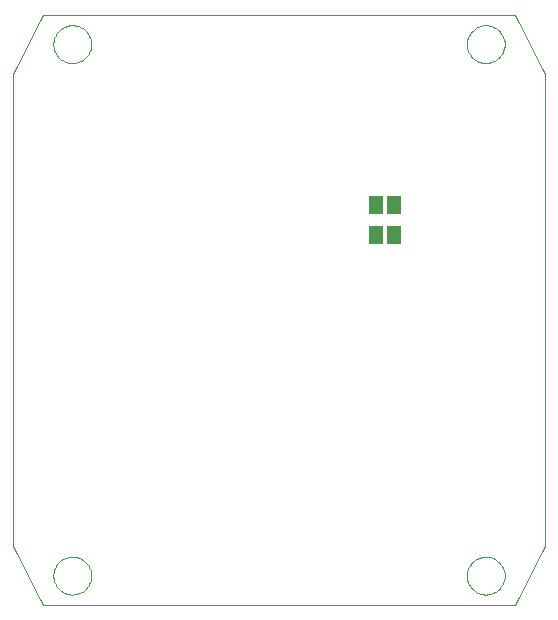
<source format=gbp>
G75*
%MOIN*%
%OFA0B0*%
%FSLAX24Y24*%
%IPPOS*%
%LPD*%
%AMOC8*
5,1,8,0,0,1.08239X$1,22.5*
%
%ADD10C,0.0000*%
%ADD11R,0.0460X0.0630*%
D10*
X001510Y000307D02*
X000526Y002276D01*
X000526Y018024D01*
X001510Y019993D01*
X017258Y019993D01*
X018243Y018024D01*
X018243Y002276D01*
X017258Y000307D01*
X001510Y000307D01*
X001864Y001292D02*
X001866Y001342D01*
X001872Y001392D01*
X001882Y001441D01*
X001896Y001489D01*
X001913Y001536D01*
X001934Y001581D01*
X001959Y001625D01*
X001987Y001666D01*
X002019Y001705D01*
X002053Y001742D01*
X002090Y001776D01*
X002130Y001806D01*
X002172Y001833D01*
X002216Y001857D01*
X002262Y001878D01*
X002309Y001894D01*
X002357Y001907D01*
X002407Y001916D01*
X002456Y001921D01*
X002507Y001922D01*
X002557Y001919D01*
X002606Y001912D01*
X002655Y001901D01*
X002703Y001886D01*
X002749Y001868D01*
X002794Y001846D01*
X002837Y001820D01*
X002878Y001791D01*
X002917Y001759D01*
X002953Y001724D01*
X002985Y001686D01*
X003015Y001646D01*
X003042Y001603D01*
X003065Y001559D01*
X003084Y001513D01*
X003100Y001465D01*
X003112Y001416D01*
X003120Y001367D01*
X003124Y001317D01*
X003124Y001267D01*
X003120Y001217D01*
X003112Y001168D01*
X003100Y001119D01*
X003084Y001071D01*
X003065Y001025D01*
X003042Y000981D01*
X003015Y000938D01*
X002985Y000898D01*
X002953Y000860D01*
X002917Y000825D01*
X002878Y000793D01*
X002837Y000764D01*
X002794Y000738D01*
X002749Y000716D01*
X002703Y000698D01*
X002655Y000683D01*
X002606Y000672D01*
X002557Y000665D01*
X002507Y000662D01*
X002456Y000663D01*
X002407Y000668D01*
X002357Y000677D01*
X002309Y000690D01*
X002262Y000706D01*
X002216Y000727D01*
X002172Y000751D01*
X002130Y000778D01*
X002090Y000808D01*
X002053Y000842D01*
X002019Y000879D01*
X001987Y000918D01*
X001959Y000959D01*
X001934Y001003D01*
X001913Y001048D01*
X001896Y001095D01*
X001882Y001143D01*
X001872Y001192D01*
X001866Y001242D01*
X001864Y001292D01*
X015644Y001292D02*
X015646Y001342D01*
X015652Y001392D01*
X015662Y001441D01*
X015676Y001489D01*
X015693Y001536D01*
X015714Y001581D01*
X015739Y001625D01*
X015767Y001666D01*
X015799Y001705D01*
X015833Y001742D01*
X015870Y001776D01*
X015910Y001806D01*
X015952Y001833D01*
X015996Y001857D01*
X016042Y001878D01*
X016089Y001894D01*
X016137Y001907D01*
X016187Y001916D01*
X016236Y001921D01*
X016287Y001922D01*
X016337Y001919D01*
X016386Y001912D01*
X016435Y001901D01*
X016483Y001886D01*
X016529Y001868D01*
X016574Y001846D01*
X016617Y001820D01*
X016658Y001791D01*
X016697Y001759D01*
X016733Y001724D01*
X016765Y001686D01*
X016795Y001646D01*
X016822Y001603D01*
X016845Y001559D01*
X016864Y001513D01*
X016880Y001465D01*
X016892Y001416D01*
X016900Y001367D01*
X016904Y001317D01*
X016904Y001267D01*
X016900Y001217D01*
X016892Y001168D01*
X016880Y001119D01*
X016864Y001071D01*
X016845Y001025D01*
X016822Y000981D01*
X016795Y000938D01*
X016765Y000898D01*
X016733Y000860D01*
X016697Y000825D01*
X016658Y000793D01*
X016617Y000764D01*
X016574Y000738D01*
X016529Y000716D01*
X016483Y000698D01*
X016435Y000683D01*
X016386Y000672D01*
X016337Y000665D01*
X016287Y000662D01*
X016236Y000663D01*
X016187Y000668D01*
X016137Y000677D01*
X016089Y000690D01*
X016042Y000706D01*
X015996Y000727D01*
X015952Y000751D01*
X015910Y000778D01*
X015870Y000808D01*
X015833Y000842D01*
X015799Y000879D01*
X015767Y000918D01*
X015739Y000959D01*
X015714Y001003D01*
X015693Y001048D01*
X015676Y001095D01*
X015662Y001143D01*
X015652Y001192D01*
X015646Y001242D01*
X015644Y001292D01*
X015644Y019008D02*
X015646Y019058D01*
X015652Y019108D01*
X015662Y019157D01*
X015676Y019205D01*
X015693Y019252D01*
X015714Y019297D01*
X015739Y019341D01*
X015767Y019382D01*
X015799Y019421D01*
X015833Y019458D01*
X015870Y019492D01*
X015910Y019522D01*
X015952Y019549D01*
X015996Y019573D01*
X016042Y019594D01*
X016089Y019610D01*
X016137Y019623D01*
X016187Y019632D01*
X016236Y019637D01*
X016287Y019638D01*
X016337Y019635D01*
X016386Y019628D01*
X016435Y019617D01*
X016483Y019602D01*
X016529Y019584D01*
X016574Y019562D01*
X016617Y019536D01*
X016658Y019507D01*
X016697Y019475D01*
X016733Y019440D01*
X016765Y019402D01*
X016795Y019362D01*
X016822Y019319D01*
X016845Y019275D01*
X016864Y019229D01*
X016880Y019181D01*
X016892Y019132D01*
X016900Y019083D01*
X016904Y019033D01*
X016904Y018983D01*
X016900Y018933D01*
X016892Y018884D01*
X016880Y018835D01*
X016864Y018787D01*
X016845Y018741D01*
X016822Y018697D01*
X016795Y018654D01*
X016765Y018614D01*
X016733Y018576D01*
X016697Y018541D01*
X016658Y018509D01*
X016617Y018480D01*
X016574Y018454D01*
X016529Y018432D01*
X016483Y018414D01*
X016435Y018399D01*
X016386Y018388D01*
X016337Y018381D01*
X016287Y018378D01*
X016236Y018379D01*
X016187Y018384D01*
X016137Y018393D01*
X016089Y018406D01*
X016042Y018422D01*
X015996Y018443D01*
X015952Y018467D01*
X015910Y018494D01*
X015870Y018524D01*
X015833Y018558D01*
X015799Y018595D01*
X015767Y018634D01*
X015739Y018675D01*
X015714Y018719D01*
X015693Y018764D01*
X015676Y018811D01*
X015662Y018859D01*
X015652Y018908D01*
X015646Y018958D01*
X015644Y019008D01*
X001864Y019008D02*
X001866Y019058D01*
X001872Y019108D01*
X001882Y019157D01*
X001896Y019205D01*
X001913Y019252D01*
X001934Y019297D01*
X001959Y019341D01*
X001987Y019382D01*
X002019Y019421D01*
X002053Y019458D01*
X002090Y019492D01*
X002130Y019522D01*
X002172Y019549D01*
X002216Y019573D01*
X002262Y019594D01*
X002309Y019610D01*
X002357Y019623D01*
X002407Y019632D01*
X002456Y019637D01*
X002507Y019638D01*
X002557Y019635D01*
X002606Y019628D01*
X002655Y019617D01*
X002703Y019602D01*
X002749Y019584D01*
X002794Y019562D01*
X002837Y019536D01*
X002878Y019507D01*
X002917Y019475D01*
X002953Y019440D01*
X002985Y019402D01*
X003015Y019362D01*
X003042Y019319D01*
X003065Y019275D01*
X003084Y019229D01*
X003100Y019181D01*
X003112Y019132D01*
X003120Y019083D01*
X003124Y019033D01*
X003124Y018983D01*
X003120Y018933D01*
X003112Y018884D01*
X003100Y018835D01*
X003084Y018787D01*
X003065Y018741D01*
X003042Y018697D01*
X003015Y018654D01*
X002985Y018614D01*
X002953Y018576D01*
X002917Y018541D01*
X002878Y018509D01*
X002837Y018480D01*
X002794Y018454D01*
X002749Y018432D01*
X002703Y018414D01*
X002655Y018399D01*
X002606Y018388D01*
X002557Y018381D01*
X002507Y018378D01*
X002456Y018379D01*
X002407Y018384D01*
X002357Y018393D01*
X002309Y018406D01*
X002262Y018422D01*
X002216Y018443D01*
X002172Y018467D01*
X002130Y018494D01*
X002090Y018524D01*
X002053Y018558D01*
X002019Y018595D01*
X001987Y018634D01*
X001959Y018675D01*
X001934Y018719D01*
X001913Y018764D01*
X001896Y018811D01*
X001882Y018859D01*
X001872Y018908D01*
X001866Y018958D01*
X001864Y019008D01*
D11*
X012600Y013650D03*
X013200Y013650D03*
X013200Y012650D03*
X012600Y012650D03*
M02*

</source>
